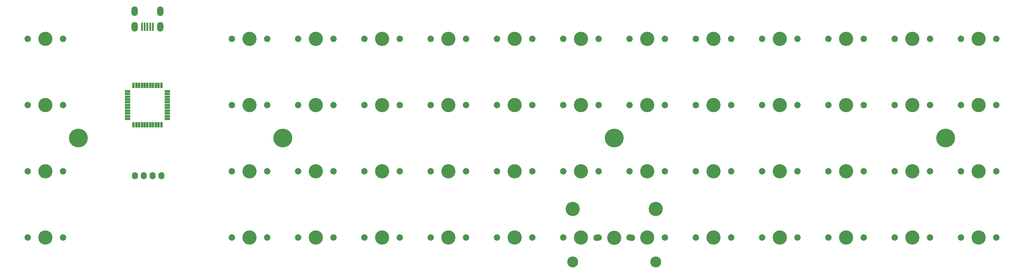
<source format=gts>
%TF.GenerationSoftware,KiCad,Pcbnew,5.1.6*%
%TF.CreationDate,2020-09-29T12:29:31+02:00*%
%TF.ProjectId,cheap_boi,63686561-705f-4626-9f69-2e6b69636164,rev?*%
%TF.SameCoordinates,Original*%
%TF.FileFunction,Soldermask,Top*%
%TF.FilePolarity,Negative*%
%FSLAX46Y46*%
G04 Gerber Fmt 4.6, Leading zero omitted, Abs format (unit mm)*
G04 Created by KiCad (PCBNEW 5.1.6) date 2020-09-29 12:29:31*
%MOMM*%
%LPD*%
G01*
G04 APERTURE LIST*
%ADD10C,1.850000*%
%ADD11C,4.087800*%
%ADD12C,3.148000*%
%ADD13R,0.650000X1.600000*%
%ADD14R,1.600000X0.650000*%
%ADD15O,1.800000X2.800000*%
%ADD16R,0.600000X2.350000*%
%ADD17O,1.700000X2.100000*%
%ADD18C,5.400000*%
G04 APERTURE END LIST*
D10*
%TO.C,MX3A1*%
X307498750Y-100012500D03*
X297338750Y-100012500D03*
D11*
X302418750Y-100012500D03*
%TD*%
%TO.C,MX40*%
X247650000Y-91821000D03*
X223774000Y-91821000D03*
D12*
X247650000Y-107061000D03*
X223774000Y-107061000D03*
D10*
X240792000Y-100076000D03*
X230632000Y-100076000D03*
D11*
X235712000Y-100076000D03*
%TD*%
D10*
%TO.C,MX0*%
X77311250Y-42862500D03*
X67151250Y-42862500D03*
D11*
X72231250Y-42862500D03*
%TD*%
D10*
%TO.C,MX1*%
X136048750Y-42862500D03*
X125888750Y-42862500D03*
D11*
X130968750Y-42862500D03*
%TD*%
D10*
%TO.C,MX2*%
X155098750Y-42862500D03*
X144938750Y-42862500D03*
D11*
X150018750Y-42862500D03*
%TD*%
D10*
%TO.C,MX3*%
X174148750Y-42862500D03*
X163988750Y-42862500D03*
D11*
X169068750Y-42862500D03*
%TD*%
D10*
%TO.C,MX4*%
X193198750Y-42862500D03*
X183038750Y-42862500D03*
D11*
X188118750Y-42862500D03*
%TD*%
D10*
%TO.C,MX5*%
X212248750Y-42862500D03*
X202088750Y-42862500D03*
D11*
X207168750Y-42862500D03*
%TD*%
D10*
%TO.C,MX6*%
X231298750Y-42862500D03*
X221138750Y-42862500D03*
D11*
X226218750Y-42862500D03*
%TD*%
D10*
%TO.C,MX7*%
X250348750Y-42862500D03*
X240188750Y-42862500D03*
D11*
X245268750Y-42862500D03*
%TD*%
D10*
%TO.C,MX8*%
X269398750Y-42862500D03*
X259238750Y-42862500D03*
D11*
X264318750Y-42862500D03*
%TD*%
D10*
%TO.C,MX9*%
X288448750Y-42862500D03*
X278288750Y-42862500D03*
D11*
X283368750Y-42862500D03*
%TD*%
D10*
%TO.C,MX10*%
X77311250Y-61912500D03*
X67151250Y-61912500D03*
D11*
X72231250Y-61912500D03*
%TD*%
D10*
%TO.C,MX11*%
X136048750Y-61912500D03*
X125888750Y-61912500D03*
D11*
X130968750Y-61912500D03*
%TD*%
D10*
%TO.C,MX12*%
X155098750Y-61912500D03*
X144938750Y-61912500D03*
D11*
X150018750Y-61912500D03*
%TD*%
D10*
%TO.C,MX13*%
X174148750Y-61912500D03*
X163988750Y-61912500D03*
D11*
X169068750Y-61912500D03*
%TD*%
D10*
%TO.C,MX14*%
X193198750Y-61912500D03*
X183038750Y-61912500D03*
D11*
X188118750Y-61912500D03*
%TD*%
D10*
%TO.C,MX16*%
X231298750Y-61912500D03*
X221138750Y-61912500D03*
D11*
X226218750Y-61912500D03*
%TD*%
D10*
%TO.C,MX17*%
X250348750Y-61912500D03*
X240188750Y-61912500D03*
D11*
X245268750Y-61912500D03*
%TD*%
D10*
%TO.C,MX18*%
X269398750Y-61912500D03*
X259238750Y-61912500D03*
D11*
X264318750Y-61912500D03*
%TD*%
D10*
%TO.C,MX19*%
X288448750Y-61912500D03*
X278288750Y-61912500D03*
D11*
X283368750Y-61912500D03*
%TD*%
D10*
%TO.C,MX20*%
X77311250Y-80962500D03*
X67151250Y-80962500D03*
D11*
X72231250Y-80962500D03*
%TD*%
D10*
%TO.C,MX21*%
X136048750Y-80962500D03*
X125888750Y-80962500D03*
D11*
X130968750Y-80962500D03*
%TD*%
D10*
%TO.C,MX22*%
X155098750Y-80962500D03*
X144938750Y-80962500D03*
D11*
X150018750Y-80962500D03*
%TD*%
D10*
%TO.C,MX23*%
X174148750Y-80962500D03*
X163988750Y-80962500D03*
D11*
X169068750Y-80962500D03*
%TD*%
D10*
%TO.C,MX24*%
X193198750Y-80962500D03*
X183038750Y-80962500D03*
D11*
X188118750Y-80962500D03*
%TD*%
D10*
%TO.C,MX25*%
X212248750Y-80962500D03*
X202088750Y-80962500D03*
D11*
X207168750Y-80962500D03*
%TD*%
D10*
%TO.C,MX26*%
X231298750Y-80962500D03*
X221138750Y-80962500D03*
D11*
X226218750Y-80962500D03*
%TD*%
D10*
%TO.C,MX27*%
X250348750Y-80962500D03*
X240188750Y-80962500D03*
D11*
X245268750Y-80962500D03*
%TD*%
D10*
%TO.C,MX28*%
X269398750Y-80962500D03*
X259238750Y-80962500D03*
D11*
X264318750Y-80962500D03*
%TD*%
D10*
%TO.C,MX29*%
X288448750Y-80962500D03*
X278288750Y-80962500D03*
D11*
X283368750Y-80962500D03*
%TD*%
D10*
%TO.C,MX30*%
X77311250Y-100012500D03*
X67151250Y-100012500D03*
D11*
X72231250Y-100012500D03*
%TD*%
D10*
%TO.C,MX31*%
X136048750Y-100012500D03*
X125888750Y-100012500D03*
D11*
X130968750Y-100012500D03*
%TD*%
D10*
%TO.C,MX32*%
X155098750Y-100012500D03*
X144938750Y-100012500D03*
D11*
X150018750Y-100012500D03*
%TD*%
D10*
%TO.C,MX33*%
X174148750Y-100012500D03*
X163988750Y-100012500D03*
D11*
X169068750Y-100012500D03*
%TD*%
D10*
%TO.C,MX34*%
X193198750Y-100012500D03*
X183038750Y-100012500D03*
D11*
X188118750Y-100012500D03*
%TD*%
D10*
%TO.C,MX35*%
X212248750Y-100012500D03*
X202088750Y-100012500D03*
D11*
X207168750Y-100012500D03*
%TD*%
D10*
%TO.C,MX36*%
X231298750Y-100012500D03*
X221138750Y-100012500D03*
D11*
X226218750Y-100012500D03*
%TD*%
D10*
%TO.C,MX37*%
X250348750Y-100012500D03*
X240188750Y-100012500D03*
D11*
X245268750Y-100012500D03*
%TD*%
D10*
%TO.C,MX38*%
X269398750Y-100012500D03*
X259238750Y-100012500D03*
D11*
X264318750Y-100012500D03*
%TD*%
D10*
%TO.C,MX39*%
X288448750Y-100012500D03*
X278288750Y-100012500D03*
D11*
X283368750Y-100012500D03*
%TD*%
D10*
%TO.C,MX0A1*%
X307498750Y-42862500D03*
X297338750Y-42862500D03*
D11*
X302418750Y-42862500D03*
%TD*%
D10*
%TO.C,MX0B1*%
X326548750Y-42862500D03*
X316388750Y-42862500D03*
D11*
X321468750Y-42862500D03*
%TD*%
D10*
%TO.C,MX1A1*%
X307498750Y-61912500D03*
X297338750Y-61912500D03*
D11*
X302418750Y-61912500D03*
%TD*%
D10*
%TO.C,MX1B1*%
X326548750Y-61912500D03*
X316388750Y-61912500D03*
D11*
X321468750Y-61912500D03*
%TD*%
D10*
%TO.C,MX1C1*%
X345598750Y-61912500D03*
X335438750Y-61912500D03*
D11*
X340518750Y-61912500D03*
%TD*%
D10*
%TO.C,MX2A1*%
X307498750Y-80962500D03*
X297338750Y-80962500D03*
D11*
X302418750Y-80962500D03*
%TD*%
D10*
%TO.C,MX2B1*%
X326548750Y-80962500D03*
X316388750Y-80962500D03*
D11*
X321468750Y-80962500D03*
%TD*%
D10*
%TO.C,MX2C1*%
X345598750Y-80962500D03*
X335438750Y-80962500D03*
D11*
X340518750Y-80962500D03*
%TD*%
D10*
%TO.C,MX3B1*%
X326548750Y-100012500D03*
X316388750Y-100012500D03*
D11*
X321468750Y-100012500D03*
%TD*%
D10*
%TO.C,MX3C1*%
X345598750Y-100012500D03*
X335438750Y-100012500D03*
D11*
X340518750Y-100012500D03*
%TD*%
D13*
%TO.C,U1*%
X97593600Y-56208600D03*
X98393600Y-56208600D03*
X99193600Y-56208600D03*
X99993600Y-56208600D03*
X100793600Y-56208600D03*
X101593600Y-56208600D03*
X102393600Y-56208600D03*
X103193600Y-56208600D03*
X103993600Y-56208600D03*
X104793600Y-56208600D03*
X105593600Y-56208600D03*
D14*
X107293600Y-57908600D03*
X107293600Y-58708600D03*
X107293600Y-59508600D03*
X107293600Y-60308600D03*
X107293600Y-61108600D03*
X107293600Y-61908600D03*
X107293600Y-62708600D03*
X107293600Y-63508600D03*
X107293600Y-64308600D03*
X107293600Y-65108600D03*
X107293600Y-65908600D03*
D13*
X105593600Y-67608600D03*
X104793600Y-67608600D03*
X103993600Y-67608600D03*
X103193600Y-67608600D03*
X102393600Y-67608600D03*
X101593600Y-67608600D03*
X100793600Y-67608600D03*
X99993600Y-67608600D03*
X99193600Y-67608600D03*
X98393600Y-67608600D03*
X97593600Y-67608600D03*
D14*
X95893600Y-65908600D03*
X95893600Y-65108600D03*
X95893600Y-64308600D03*
X95893600Y-63508600D03*
X95893600Y-62708600D03*
X95893600Y-61908600D03*
X95893600Y-61108600D03*
X95893600Y-60308600D03*
X95893600Y-59508600D03*
X95893600Y-58708600D03*
X95893600Y-57908600D03*
%TD*%
D15*
%TO.C,USB1*%
X105243600Y-34922800D03*
X97943600Y-34922800D03*
X97943600Y-39422800D03*
X105243600Y-39422800D03*
D16*
X103193600Y-39422800D03*
X102393600Y-39422800D03*
X101593600Y-39422800D03*
X100793600Y-39422800D03*
X99993600Y-39422800D03*
%TD*%
D10*
%TO.C,MX15*%
X212248750Y-61912500D03*
X202088750Y-61912500D03*
D11*
X207168750Y-61912500D03*
%TD*%
D17*
%TO.C,Brd1*%
X100513600Y-82262900D03*
X97973600Y-82262900D03*
X103053600Y-82262900D03*
X105593600Y-82262900D03*
%TD*%
D18*
%TO.C, *%
X81751100Y-71433000D03*
%TD*%
%TO.C, *%
X140500000Y-71433000D03*
%TD*%
%TO.C, *%
X235728900Y-71433000D03*
%TD*%
%TO.C, *%
X330972900Y-71433000D03*
%TD*%
D10*
%TO.C,MX0C1*%
X345598750Y-42862500D03*
X335438750Y-42862500D03*
D11*
X340518750Y-42862500D03*
%TD*%
M02*

</source>
